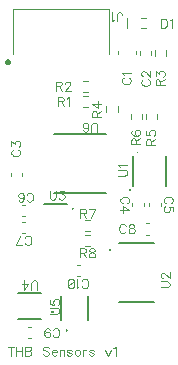
<source format=gbr>
G04 DipTrace 4.3.0.2*
G04 TopSilk.gbr*
%MOIN*%
G04 #@! TF.FileFunction,Legend,Top*
G04 #@! TF.Part,Single*
%ADD10C,0.004724*%
%ADD26C,0.005*%
%ADD52C,0.004632*%
%FSLAX26Y26*%
G04*
G70*
G90*
G75*
G01*
G04 TopSilk*
%LPD*%
X783711Y1420226D2*
D10*
Y1429675D1*
X841192Y1420226D2*
Y1429675D1*
X856052Y1419440D2*
Y1430463D1*
X893848Y1419440D2*
Y1430463D1*
X424803Y1013189D2*
Y1024213D1*
X462598Y1013189D2*
Y1024213D1*
X868848Y924212D2*
Y913188D1*
X831052Y924211D2*
X831053Y913187D1*
X925098Y924212D2*
X925099Y913188D1*
X887303Y924211D2*
Y913187D1*
X474215Y881053D2*
X463191Y881052D1*
X474213Y918848D2*
X463190D1*
X474214Y824803D2*
X463190D1*
X474214Y862598D2*
X463190D1*
X875688Y856349D2*
X886711D1*
X875688Y818554D2*
X886711D1*
X492961Y474804D2*
X481937D1*
X492961Y512600D2*
X481937D1*
X655464Y681053D2*
X644440Y681052D1*
X655463Y718848D2*
X644439D1*
X860827Y1542667D2*
X876575D1*
X860827Y1507234D2*
X876575D1*
X813583Y1541092D2*
Y1508808D1*
X751575Y1420472D2*
Y1570866D1*
X432677D1*
Y1420472D1*
G36*
X425591Y1393701D2*
X425506Y1392416D1*
X425255Y1391153D1*
X424841Y1389934D1*
X424272Y1388780D1*
X423557Y1387709D1*
X422708Y1386741D1*
X421740Y1385892D1*
X420669Y1385177D1*
X419515Y1384607D1*
X418295Y1384194D1*
X417033Y1383942D1*
X415748Y1383858D1*
X414463Y1383942D1*
X413201Y1384194D1*
X411981Y1384607D1*
X410827Y1385177D1*
X409756Y1385892D1*
X408788Y1386741D1*
X407939Y1387709D1*
X407224Y1388780D1*
X406655Y1389934D1*
X406241Y1391153D1*
X405990Y1392416D1*
X405906Y1393701D1*
D1*
X405990Y1394985D1*
X406241Y1396248D1*
X406655Y1397467D1*
X407224Y1398622D1*
X407939Y1399693D1*
X408788Y1400660D1*
X409756Y1401509D1*
X410827Y1402225D1*
X411981Y1402794D1*
X413201Y1403208D1*
X414463Y1403459D1*
X415748Y1403543D1*
X417033Y1403459D1*
X418295Y1403208D1*
X419515Y1402794D1*
X420669Y1402225D1*
X421740Y1401509D1*
X422708Y1400660D1*
X423557Y1399693D1*
X424272Y1398622D1*
X424841Y1397467D1*
X425255Y1396248D1*
X425506Y1394985D1*
X425591Y1393701D1*
D1*
G37*
X665501Y1281349D2*
D10*
X684399D1*
X665501Y1243554D2*
X684399D1*
X665503Y1331349D2*
X684400D1*
X665503Y1293554D2*
X684400D1*
X906052Y1415501D2*
Y1434399D1*
X943848Y1415501D2*
Y1434399D1*
X743554Y1228002D2*
X743553Y1246900D1*
X781349Y1228003D2*
Y1246901D1*
X874804Y1203003D2*
Y1221900D1*
X912600Y1203003D2*
Y1221900D1*
X824802Y1203003D2*
Y1221900D1*
X862597Y1203003D2*
Y1221900D1*
X671752Y868848D2*
X690650D1*
X671752Y831052D2*
X690650D1*
X671752Y818848D2*
X690650D1*
X671752Y781052D2*
X690650D1*
X941980Y980021D2*
D26*
X941978Y1082383D1*
X832925Y980019D2*
X832923Y1082381D1*
G36*
X850049Y1094192D2*
X850032Y1093935D1*
X849982Y1093683D1*
X849899Y1093439D1*
X849785Y1093208D1*
X849642Y1092994D1*
X849472Y1092800D1*
X849279Y1092630D1*
X849065Y1092487D1*
X848834Y1092374D1*
X848590Y1092291D1*
X848337Y1092241D1*
X848080Y1092224D1*
X847823Y1092241D1*
X847571Y1092291D1*
X847327Y1092374D1*
X847096Y1092487D1*
X846882Y1092630D1*
X846688Y1092800D1*
X846519Y1092994D1*
X846375Y1093208D1*
X846262Y1093439D1*
X846179Y1093683D1*
X846129Y1093935D1*
X846112Y1094192D1*
D1*
X846129Y1094449D1*
X846179Y1094702D1*
X846262Y1094945D1*
X846375Y1095176D1*
X846519Y1095391D1*
X846688Y1095584D1*
X846882Y1095754D1*
X847096Y1095897D1*
X847327Y1096011D1*
X847571Y1096094D1*
X847823Y1096144D1*
X848080Y1096161D1*
X848337Y1096144D1*
X848590Y1096094D1*
X848834Y1096011D1*
X849064Y1095897D1*
X849279Y1095754D1*
X849472Y1095584D1*
X849642Y1095391D1*
X849785Y1095176D1*
X849899Y1094946D1*
X849982Y1094702D1*
X850032Y1094449D1*
X850049Y1094192D1*
D1*
G37*
X784646Y792126D2*
D26*
X902756D1*
X784646Y595276D2*
X902756D1*
G36*
X753150Y767520D2*
X753183Y768034D1*
X753284Y768539D1*
X753449Y769026D1*
X753677Y769488D1*
X753963Y769916D1*
X754303Y770304D1*
X754690Y770643D1*
X755118Y770929D1*
X755580Y771157D1*
X756068Y771323D1*
X756573Y771423D1*
X757087Y771457D1*
X757600Y771423D1*
X758106Y771323D1*
X758593Y771157D1*
X759055Y770929D1*
X759483Y770643D1*
X759870Y770304D1*
X760210Y769916D1*
X760496Y769488D1*
X760724Y769026D1*
X760889Y768539D1*
X760990Y768034D1*
X761024Y767520D1*
D1*
X760990Y767006D1*
X760889Y766501D1*
X760724Y766013D1*
X760496Y765551D1*
X760210Y765123D1*
X759870Y764736D1*
X759483Y764396D1*
X759055Y764110D1*
X758593Y763882D1*
X758106Y763717D1*
X757600Y763616D1*
X757087Y763583D1*
X756573Y763616D1*
X756068Y763717D1*
X755580Y763882D1*
X755118Y764110D1*
X754690Y764396D1*
X754303Y764736D1*
X753963Y765123D1*
X753677Y765551D1*
X753449Y766013D1*
X753284Y766501D1*
X753183Y767006D1*
X753150Y767520D1*
D1*
G37*
G36*
X628887Y905759D2*
X628914Y906170D1*
X628994Y906574D1*
X629127Y906964D1*
X629309Y907333D1*
X629538Y907676D1*
X629810Y907986D1*
X630119Y908257D1*
X630462Y908486D1*
X630831Y908668D1*
X631222Y908801D1*
X631626Y908881D1*
X632037Y908908D1*
X632448Y908881D1*
X632852Y908801D1*
X633242Y908668D1*
X633612Y908486D1*
X633954Y908257D1*
X634264Y907986D1*
X634535Y907676D1*
X634764Y907333D1*
X634947Y906964D1*
X635079Y906574D1*
X635159Y906170D1*
X635186Y905759D1*
D1*
X635159Y905347D1*
X635079Y904943D1*
X634947Y904553D1*
X634764Y904184D1*
X634535Y903841D1*
X634264Y903531D1*
X633954Y903260D1*
X633612Y903031D1*
X633242Y902849D1*
X632852Y902716D1*
X632448Y902636D1*
X632037Y902609D1*
X631626Y902636D1*
X631222Y902716D1*
X630831Y902849D1*
X630462Y903031D1*
X630119Y903260D1*
X629810Y903531D1*
X629538Y903841D1*
X629309Y904184D1*
X629127Y904553D1*
X628994Y904943D1*
X628914Y905347D1*
X628887Y905759D1*
D1*
G37*
X535580Y920325D2*
D26*
X614320D1*
G36*
X568551Y561517D2*
X568517Y561003D1*
X568417Y560498D1*
X568251Y560010D1*
X568024Y559549D1*
X567738Y559120D1*
X567398Y558733D1*
X567011Y558394D1*
X566583Y558108D1*
X566121Y557880D1*
X565633Y557714D1*
X565128Y557614D1*
X564614Y557580D1*
X564100Y557614D1*
X563595Y557714D1*
X563108Y557880D1*
X562646Y558108D1*
X562217Y558394D1*
X561830Y558733D1*
X561491Y559120D1*
X561205Y559549D1*
X560977Y560010D1*
X560811Y560498D1*
X560711Y561003D1*
X560677Y561517D1*
D1*
X560711Y562031D1*
X560811Y562536D1*
X560977Y563024D1*
X561205Y563486D1*
X561491Y563914D1*
X561830Y564301D1*
X562217Y564640D1*
X562646Y564927D1*
X563108Y565154D1*
X563595Y565320D1*
X564100Y565420D1*
X564614Y565454D1*
X565128Y565420D1*
X565633Y565320D1*
X566121Y565154D1*
X566583Y564927D1*
X567011Y564640D1*
X567398Y564301D1*
X567738Y563914D1*
X568024Y563486D1*
X568251Y563024D1*
X568417Y562536D1*
X568517Y562031D1*
X568551Y561517D1*
D1*
G37*
X526819Y537108D2*
D26*
X448079D1*
X526819Y625297D2*
X448079D1*
G36*
X611858Y495819D2*
X611344Y495853D1*
X610839Y495953D1*
X610352Y496119D1*
X609890Y496346D1*
X609462Y496632D1*
X609074Y496972D1*
X608735Y497359D1*
X608449Y497787D1*
X608221Y498249D1*
X608055Y498737D1*
X607955Y499242D1*
X607921Y499756D1*
X607955Y500270D1*
X608055Y500775D1*
X608221Y501263D1*
X608449Y501724D1*
X608735Y502153D1*
X609074Y502540D1*
X609462Y502879D1*
X609890Y503165D1*
X610352Y503393D1*
X610839Y503559D1*
X611344Y503659D1*
X611858Y503693D1*
D1*
X612372Y503659D1*
X612877Y503559D1*
X613365Y503393D1*
X613827Y503165D1*
X614255Y502879D1*
X614642Y502540D1*
X614982Y502153D1*
X615268Y501724D1*
X615496Y501263D1*
X615661Y500775D1*
X615762Y500270D1*
X615795Y499756D1*
X615762Y499242D1*
X615661Y498737D1*
X615496Y498249D1*
X615268Y497787D1*
X614982Y497359D1*
X614642Y496972D1*
X614255Y496632D1*
X613827Y496346D1*
X613365Y496119D1*
X612877Y495953D1*
X612372Y495853D1*
X611858Y495819D1*
D1*
G37*
X592961Y535583D2*
D26*
Y614323D1*
X681937Y535583D2*
Y614323D1*
G36*
X827067Y967226D2*
X827033Y966712D1*
X826933Y966207D1*
X826767Y965719D1*
X826539Y965257D1*
X826253Y964829D1*
X825914Y964442D1*
X825527Y964102D1*
X825098Y963816D1*
X824637Y963588D1*
X824149Y963423D1*
X823644Y963322D1*
X823130Y963289D1*
X822616Y963322D1*
X822111Y963423D1*
X821623Y963588D1*
X821161Y963816D1*
X820733Y964102D1*
X820346Y964442D1*
X820006Y964829D1*
X819720Y965257D1*
X819493Y965719D1*
X819327Y966207D1*
X819227Y966712D1*
X819193Y967226D1*
D1*
X819227Y967740D1*
X819327Y968245D1*
X819493Y968732D1*
X819720Y969194D1*
X820006Y969622D1*
X820346Y970010D1*
X820733Y970349D1*
X821161Y970635D1*
X821623Y970863D1*
X822111Y971029D1*
X822616Y971129D1*
X823130Y971163D1*
X823644Y971129D1*
X824149Y971029D1*
X824637Y970863D1*
X825098Y970635D1*
X825527Y970349D1*
X825914Y970010D1*
X826253Y969622D1*
X826539Y969194D1*
X826767Y968732D1*
X826933Y968245D1*
X827033Y967740D1*
X827067Y967226D1*
D1*
G37*
X742815Y957777D2*
D26*
X569587D1*
X742815Y1154627D2*
X569587D1*
X424814Y446026D2*
D52*
Y415882D1*
X414766Y446026D2*
X434862D1*
X444126D2*
Y415882D1*
X464222Y446026D2*
Y415882D1*
X444126Y431667D2*
X464222D1*
X473485Y446026D2*
Y415882D1*
X486418D1*
X490729Y417341D1*
X492155Y418767D1*
X493581Y421619D1*
Y425930D1*
X492155Y428815D1*
X490729Y430241D1*
X486418Y431667D1*
X490729Y433126D1*
X492155Y434552D1*
X493581Y437404D1*
Y440289D1*
X492155Y443141D1*
X490729Y444600D1*
X486418Y446026D1*
X473485D1*
Y431667D2*
X486418D1*
X552101Y441715D2*
X549249Y444600D1*
X544938Y446026D1*
X539201D1*
X534890Y444600D1*
X532005Y441715D1*
Y438863D1*
X533464Y435978D1*
X534890Y434552D1*
X537742Y433126D1*
X546364Y430241D1*
X549249Y428815D1*
X550675Y427356D1*
X552101Y424504D1*
Y420193D1*
X549249Y417341D1*
X544938Y415882D1*
X539201D1*
X534890Y417341D1*
X532005Y420193D1*
X561365Y427356D2*
X578576D1*
Y430241D1*
X577150Y433126D1*
X575724Y434552D1*
X572839Y435978D1*
X568528D1*
X565676Y434552D1*
X562791Y431667D1*
X561365Y427356D1*
Y424504D1*
X562791Y420193D1*
X565676Y417341D1*
X568528Y415882D1*
X572839D1*
X575724Y417341D1*
X578576Y420193D1*
X587839Y435978D2*
Y415882D1*
Y430241D2*
X592150Y434552D1*
X595035Y435978D1*
X599313D1*
X602198Y434552D1*
X603624Y430241D1*
Y415882D1*
X628673Y431667D2*
X627247Y434552D1*
X622936Y435978D1*
X618625D1*
X614314Y434552D1*
X612888Y431667D1*
X614314Y428815D1*
X617199Y427356D1*
X624362Y425930D1*
X627247Y424504D1*
X628673Y421619D1*
Y420193D1*
X627247Y417341D1*
X622936Y415882D1*
X618625D1*
X614314Y417341D1*
X612888Y420193D1*
X645099Y435978D2*
X642247Y434552D1*
X639362Y431667D1*
X637936Y427356D1*
Y424504D1*
X639362Y420193D1*
X642247Y417341D1*
X645099Y415882D1*
X649410D1*
X652295Y417341D1*
X655147Y420193D1*
X656606Y424504D1*
Y427356D1*
X655147Y431667D1*
X652295Y434552D1*
X649410Y435978D1*
X645099D1*
X665870D2*
Y415882D1*
Y427356D2*
X667329Y431667D1*
X670181Y434552D1*
X673066Y435978D1*
X677377D1*
X702426Y431667D2*
X701000Y434552D1*
X696689Y435978D1*
X692378D1*
X688067Y434552D1*
X686641Y431667D1*
X688067Y428815D1*
X690952Y427356D1*
X698115Y425930D1*
X701000Y424504D1*
X702426Y421619D1*
Y420193D1*
X701000Y417341D1*
X696689Y415882D1*
X692378D1*
X688067Y417341D1*
X686641Y420193D1*
X740850Y435978D2*
X749472Y415882D1*
X758061Y435978D1*
X767324Y440255D2*
X770209Y441715D1*
X774520Y445992D1*
Y415882D1*
X802736Y1342788D2*
X799884Y1341362D1*
X796999Y1338477D1*
X795573Y1335625D1*
Y1329888D1*
X796999Y1327003D1*
X799884Y1324151D1*
X802736Y1322692D1*
X807047Y1321266D1*
X814243D1*
X818521Y1322692D1*
X821406Y1324151D1*
X824258Y1327003D1*
X825717Y1329888D1*
Y1335625D1*
X824258Y1338477D1*
X821406Y1341362D1*
X818521Y1342788D1*
X801343Y1352052D2*
X799884Y1354937D1*
X795606Y1359248D1*
X825717D1*
X867263Y1336338D2*
X864411Y1334912D1*
X861526Y1332027D1*
X860100Y1329175D1*
Y1323439D1*
X861526Y1320553D1*
X864411Y1317702D1*
X867263Y1316242D1*
X871574Y1314816D1*
X878770D1*
X883048Y1316242D1*
X885933Y1317702D1*
X888785Y1320553D1*
X890244Y1323439D1*
Y1329175D1*
X888785Y1332027D1*
X885933Y1334912D1*
X883048Y1336338D1*
X867296Y1347061D2*
X865870D1*
X862985Y1348487D1*
X861559Y1349913D1*
X860133Y1352798D1*
Y1358535D1*
X861559Y1361387D1*
X862985Y1362813D1*
X865870Y1364272D1*
X868722D1*
X871607Y1362813D1*
X875885Y1359961D1*
X890244Y1345602D1*
Y1365698D1*
X433985Y1102282D2*
X431133Y1100856D1*
X428248Y1097971D1*
X426822Y1095119D1*
Y1089382D1*
X428248Y1086497D1*
X431133Y1083645D1*
X433985Y1082186D1*
X438296Y1080760D1*
X445492D1*
X449770Y1082186D1*
X452655Y1083645D1*
X455507Y1086497D1*
X456966Y1089382D1*
Y1095119D1*
X455507Y1097971D1*
X452655Y1100856D1*
X449770Y1102282D1*
X426855Y1114431D2*
Y1130182D1*
X438329Y1121594D1*
Y1125905D1*
X439755Y1128756D1*
X441181Y1130182D1*
X445492Y1131642D1*
X448344D1*
X452655Y1130182D1*
X455540Y1127331D1*
X456966Y1123019D1*
Y1118708D1*
X455540Y1114431D1*
X454081Y1113005D1*
X451229Y1111546D1*
X813886Y923330D2*
X816738Y924756D1*
X819623Y927641D1*
X821049Y930493D1*
Y936230D1*
X819623Y939115D1*
X816738Y941967D1*
X813886Y943426D1*
X809575Y944852D1*
X802379D1*
X798101Y943426D1*
X795216Y941967D1*
X792364Y939115D1*
X790905Y936230D1*
Y930493D1*
X792364Y927641D1*
X795216Y924756D1*
X798101Y923330D1*
X790906Y899707D2*
X821017Y899708D1*
X800953Y914066D1*
X800954Y892544D1*
X958276Y923332D2*
X961128Y924758D1*
X964013Y927643D1*
X965439Y930495D1*
Y936232D1*
X964013Y939117D1*
X961127Y941969D1*
X958276Y943428D1*
X953964Y944854D1*
X946768D1*
X942491Y943428D1*
X939606Y941969D1*
X936754Y939117D1*
X935295Y936232D1*
Y930495D1*
X936754Y927643D1*
X939606Y924758D1*
X942491Y923332D1*
X965406Y896858D2*
Y911184D1*
X952506Y912609D1*
X953932Y911183D1*
X955391Y906872D1*
X955392Y902595D1*
X953933Y898284D1*
X951081Y895398D1*
X946770Y893972D1*
X943918D1*
X939607Y895398D1*
X936722Y898283D1*
X935296Y902594D1*
X935295Y906872D1*
X936721Y911183D1*
X938180Y912609D1*
X941032Y914068D1*
X478143Y936014D2*
X479569Y933162D1*
X482455Y930277D1*
X485306Y928852D1*
X491043D1*
X493928Y930278D1*
X496780Y933163D1*
X498239Y936015D1*
X499665Y940326D1*
Y947522D1*
X498239Y951800D1*
X496779Y954685D1*
X493927Y957537D1*
X491042Y958996D1*
X485305D1*
X482454Y957536D1*
X479569Y954684D1*
X478143Y951799D1*
X451669Y933161D2*
X453095Y930309D1*
X457406Y928884D1*
X460258D1*
X464569Y930310D1*
X467454Y934621D1*
X468880Y941784D1*
X468879Y948947D1*
X467453Y954684D1*
X464568Y957569D1*
X460257Y958995D1*
X458831D1*
X454553Y957568D1*
X451668Y954683D1*
X450242Y950372D1*
Y948946D1*
X451668Y944635D1*
X454554Y941783D1*
X458832Y940358D1*
X460258D1*
X464569Y941784D1*
X467453Y944636D1*
X468879Y948947D1*
X472621Y792265D2*
X474047Y789413D1*
X476932Y786528D1*
X479784Y785102D1*
X485521D1*
X488406Y786528D1*
X491258Y789413D1*
X492717Y792265D1*
X494143Y796576D1*
Y803772D1*
X492717Y808049D1*
X491258Y810935D1*
X488406Y813786D1*
X485521Y815246D1*
X479784D1*
X476932Y813786D1*
X474047Y810935D1*
X472621Y808049D1*
X457620Y815246D2*
X443261Y785135D1*
X463357D1*
X808548Y847167D2*
X807122Y850019D1*
X804237Y852904D1*
X801385Y854330D1*
X795648D1*
X792763Y852904D1*
X789911Y850019D1*
X788452Y847167D1*
X787026Y842856D1*
Y835660D1*
X788452Y831382D1*
X789911Y828497D1*
X792763Y825645D1*
X795648Y824186D1*
X801385D1*
X804237Y825645D1*
X807122Y828497D1*
X808548Y831382D1*
X824974Y854297D2*
X820697Y852871D1*
X819237Y850019D1*
Y847134D1*
X820697Y844282D1*
X823548Y842823D1*
X829285Y841397D1*
X833596Y839971D1*
X836448Y837086D1*
X837874Y834234D1*
Y829923D1*
X836448Y827071D1*
X835022Y825612D1*
X830711Y824186D1*
X824974D1*
X820697Y825612D1*
X819237Y827071D1*
X817811Y829923D1*
Y834234D1*
X819237Y837086D1*
X822122Y839971D1*
X826400Y841397D1*
X832137Y842823D1*
X835022Y844282D1*
X836448Y847134D1*
Y850019D1*
X835022Y852871D1*
X830711Y854297D1*
X824974D1*
X565655Y483986D2*
X567081Y481134D1*
X569966Y478249D1*
X572818Y476823D1*
X578555D1*
X581440Y478249D1*
X584292Y481134D1*
X585751Y483986D1*
X587177Y488297D1*
Y495493D1*
X585751Y499771D1*
X584292Y502656D1*
X581440Y505508D1*
X578555Y506967D1*
X572818D1*
X569966Y505508D1*
X567081Y502656D1*
X565655Y499771D1*
X537721Y486871D2*
X539180Y491182D1*
X542032Y494067D1*
X546343Y495493D1*
X547769D1*
X552080Y494067D1*
X554932Y491182D1*
X556391Y486871D1*
Y485445D1*
X554932Y481134D1*
X552080Y478282D1*
X547769Y476857D1*
X546343D1*
X542032Y478282D1*
X539180Y481134D1*
X537721Y486871D1*
Y494067D1*
X539180Y501230D1*
X542032Y505541D1*
X546343Y506967D1*
X549195D1*
X553506Y505541D1*
X554932Y502656D1*
X662101Y648514D2*
X663527Y645662D1*
X666412Y642777D1*
X669264Y641351D1*
X675001D1*
X677886Y642778D1*
X680738Y645663D1*
X682197Y648515D1*
X683623Y652826D1*
Y660022D1*
X682197Y664300D1*
X680738Y667185D1*
X677886Y670036D1*
X675001Y671495D1*
X669264D1*
X666412Y670036D1*
X663527Y667184D1*
X662101Y664299D1*
X652838Y647121D2*
X649953Y645662D1*
X645642Y641384D1*
X645641Y671495D1*
X627756Y641384D2*
X632067Y642810D1*
X634952Y647121D1*
X636378Y654284D1*
Y658595D1*
X634952Y665758D1*
X632067Y670069D1*
X627755Y671494D1*
X624904D1*
X620593Y670068D1*
X617741Y665757D1*
X616282Y658594D1*
Y654283D1*
X617741Y647120D1*
X620593Y642809D1*
X624904Y641384D1*
X627756D1*
X617741Y647120D2*
X634952Y665758D1*
X926922Y1539011D2*
Y1508867D1*
X936970D1*
X941281Y1510326D1*
X944166Y1513178D1*
X945592Y1516063D1*
X947018Y1520341D1*
Y1527537D1*
X945592Y1531848D1*
X944166Y1534700D1*
X941281Y1537585D1*
X936970Y1539011D1*
X926922D1*
X956281Y1533241D2*
X959166Y1534700D1*
X963477Y1538978D1*
Y1508867D1*
X780193Y1530180D2*
Y1553128D1*
X781619Y1557439D1*
X783078Y1558865D1*
X785930Y1560324D1*
X788815D1*
X791667Y1558865D1*
X793093Y1557439D1*
X794552Y1553128D1*
Y1550276D1*
X770930Y1535950D2*
X768045Y1534491D1*
X763734Y1530213D1*
Y1560324D1*
X582142Y1262942D2*
X595042D1*
X599353Y1264401D1*
X600812Y1265827D1*
X602238Y1268679D1*
Y1271564D1*
X600812Y1274416D1*
X599353Y1275875D1*
X595042Y1277301D1*
X582142D1*
Y1247157D1*
X592190Y1262942D2*
X602238Y1247157D1*
X611502Y1271531D2*
X614387Y1272990D1*
X618698Y1277268D1*
Y1247157D1*
X575695Y1314971D2*
X588595D1*
X592906Y1316430D1*
X594365Y1317856D1*
X595791Y1320708D1*
Y1323593D1*
X594365Y1326445D1*
X592906Y1327904D1*
X588595Y1329330D1*
X575695D1*
Y1299186D1*
X585743Y1314971D2*
X595791Y1299186D1*
X606513Y1322134D2*
Y1323560D1*
X607939Y1326445D1*
X609365Y1327871D1*
X612250Y1329297D1*
X617987D1*
X620839Y1327871D1*
X622265Y1326445D1*
X623724Y1323560D1*
Y1320708D1*
X622265Y1317823D1*
X619413Y1313545D1*
X605054Y1299186D1*
X625150D1*
X922430Y1316243D2*
Y1329143D1*
X920971Y1333454D1*
X919545Y1334913D1*
X916693Y1336339D1*
X913808D1*
X910956Y1334913D1*
X909497Y1333454D1*
X908071Y1329143D1*
Y1316243D1*
X938215D1*
X922430Y1326291D2*
X938215Y1336339D1*
X908105Y1348488D2*
Y1364240D1*
X919579Y1355651D1*
Y1359962D1*
X921004Y1362814D1*
X922430Y1364240D1*
X926741Y1365699D1*
X929593D1*
X933904Y1364240D1*
X936789Y1361388D1*
X938215Y1357077D1*
Y1352766D1*
X936789Y1348488D1*
X935330Y1347062D1*
X932478Y1345603D1*
X711961Y1212009D2*
Y1224909D1*
X710502Y1229220D1*
X709076Y1230679D1*
X706224Y1232105D1*
X703339D1*
X700487Y1230679D1*
X699028Y1229220D1*
X697602Y1224908D1*
Y1212009D1*
X727746Y1212010D1*
X711961Y1222057D2*
X727746Y1232106D1*
X727745Y1255728D2*
X697634Y1255727D1*
X717697Y1241369D1*
Y1262891D1*
X891182Y1118973D2*
Y1131873D1*
X889723Y1136184D1*
X888297Y1137643D1*
X885445Y1139069D1*
X882560D1*
X879708Y1137643D1*
X878249Y1136184D1*
X876823Y1131873D1*
Y1118973D1*
X906967D1*
X891182Y1129021D2*
X906967Y1139069D1*
X876857Y1165543D2*
Y1151218D1*
X889756Y1149792D1*
X888330Y1151218D1*
X886871Y1155529D1*
Y1159807D1*
X888330Y1164118D1*
X891182Y1167003D1*
X895493Y1168429D1*
X898345D1*
X902656Y1167003D1*
X905541Y1164118D1*
X906967Y1159807D1*
Y1155529D1*
X905541Y1151218D1*
X904082Y1149792D1*
X901230Y1148333D1*
X841180Y1119703D2*
Y1132602D1*
X839721Y1136914D1*
X838295Y1138373D1*
X835443Y1139799D1*
X832558D1*
X829706Y1138373D1*
X828247Y1136914D1*
X826821Y1132602D1*
Y1119703D1*
X856965D1*
X841180Y1129751D2*
X856965Y1139799D1*
X831132Y1166273D2*
X828280Y1164847D1*
X826854Y1160536D1*
Y1157684D1*
X828280Y1153373D1*
X832591Y1150488D1*
X839754Y1149062D1*
X846917D1*
X852654Y1150488D1*
X855539Y1153373D1*
X856965Y1157684D1*
Y1159110D1*
X855539Y1163388D1*
X852654Y1166273D1*
X848343Y1167699D1*
X846917D1*
X842606Y1166273D1*
X839754Y1163388D1*
X838328Y1159110D1*
Y1157684D1*
X839754Y1153373D1*
X842606Y1150488D1*
X846917Y1149062D1*
X656473Y889970D2*
X669373D1*
X673684Y891429D1*
X675143Y892855D1*
X676569Y895707D1*
Y898592D1*
X675143Y901444D1*
X673684Y902903D1*
X669373Y904329D1*
X656473D1*
Y874185D1*
X666521Y889970D2*
X676569Y874185D1*
X691570D2*
X705929Y904296D1*
X685833D1*
X656490Y758719D2*
X669390D1*
X673701Y760178D1*
X675160Y761604D1*
X676586Y764456D1*
Y767341D1*
X675160Y770193D1*
X673701Y771652D1*
X669390Y773078D1*
X656490D1*
Y742934D1*
X666538Y758719D2*
X676586Y742934D1*
X693012Y773045D2*
X688734Y771619D1*
X687275Y768767D1*
Y765882D1*
X688734Y763030D1*
X691586Y761571D1*
X697323Y760145D1*
X701634Y758719D1*
X704486Y755834D1*
X705912Y752982D1*
Y748671D1*
X704486Y745819D1*
X703060Y744360D1*
X698749Y742934D1*
X693012D1*
X688734Y744360D1*
X687275Y745819D1*
X685849Y748671D1*
Y752982D1*
X687275Y755834D1*
X690160Y758719D1*
X694438Y760145D1*
X700175Y761571D1*
X703060Y763030D1*
X704486Y765882D1*
Y768767D1*
X703060Y771619D1*
X698749Y773045D1*
X693012D1*
X782494Y1014890D2*
X804016D1*
X808327Y1016316D1*
X811179Y1019201D1*
X812638Y1023512D1*
Y1026364D1*
X811179Y1030675D1*
X808327Y1033560D1*
X804016Y1034986D1*
X782494D1*
X788264Y1044249D2*
X786805Y1047134D1*
X782527Y1051445D1*
X812638Y1051446D1*
X925197Y643764D2*
X946719D1*
X951030Y645190D1*
X953882Y648075D1*
X955341Y652386D1*
Y655238D1*
X953882Y659549D1*
X951030Y662434D1*
X946719Y663860D1*
X925197D1*
X932393Y674583D2*
X930968D1*
X928082Y676009D1*
X926657Y677435D1*
X925231Y680320D1*
Y686057D1*
X926657Y688909D1*
X928082Y690335D1*
X930968Y691794D1*
X933819D1*
X936705Y690335D1*
X940982Y687483D1*
X955341Y673124D1*
Y693220D1*
X555734Y965440D2*
Y943918D1*
X557160Y939607D1*
X560045Y936756D1*
X564356Y935296D1*
X567208D1*
X571519Y936756D1*
X574404Y939607D1*
X575830Y943918D1*
Y965440D1*
X587979Y965407D2*
X603731D1*
X595142Y953933D1*
X599453D1*
X602305Y952507D1*
X603731Y951081D1*
X605190Y946770D1*
Y943918D1*
X603731Y939607D1*
X600879Y936722D1*
X596568Y935296D1*
X592257D1*
X587979Y936722D1*
X586553Y938181D1*
X585094Y941033D1*
X513602Y636087D2*
Y657609D1*
X512176Y661920D1*
X509291Y664772D1*
X504980Y666231D1*
X502128D1*
X497817Y664772D1*
X494932Y661920D1*
X493506Y657609D1*
Y636087D1*
X469884Y666231D2*
Y636120D1*
X484243Y656183D1*
X462721D1*
X556802Y554949D2*
X578324D1*
X582635Y556375D1*
X585487Y559260D1*
X586946Y563571D1*
Y566423D1*
X585487Y570734D1*
X582635Y573619D1*
X578324Y575045D1*
X556802D1*
X556836Y601520D2*
Y587194D1*
X569735Y585768D1*
X568309Y587194D1*
X566850Y591505D1*
Y595783D1*
X568309Y600094D1*
X571161Y602979D1*
X575472Y604405D1*
X578324D1*
X582635Y602979D1*
X585520Y600094D1*
X586946Y595783D1*
Y591505D1*
X585520Y587194D1*
X584061Y585768D1*
X581209Y584309D1*
X713762Y1162292D2*
Y1183814D1*
X712336Y1188125D1*
X709451Y1190977D1*
X705140Y1192436D1*
X702288D1*
X697977Y1190977D1*
X695092Y1188125D1*
X693666Y1183814D1*
Y1162292D1*
X667192Y1166603D2*
X668617Y1163751D1*
X672928Y1162325D1*
X675780D1*
X680091Y1163751D1*
X682976Y1168062D1*
X684402Y1175225D1*
Y1182388D1*
X682976Y1188125D1*
X680091Y1191010D1*
X675780Y1192436D1*
X674354D1*
X670077Y1191010D1*
X667192Y1188125D1*
X665766Y1183814D1*
Y1182388D1*
X667192Y1178077D1*
X670077Y1175225D1*
X674354Y1173799D1*
X675780D1*
X680091Y1175225D1*
X682976Y1178077D1*
X684402Y1182388D1*
M02*

</source>
